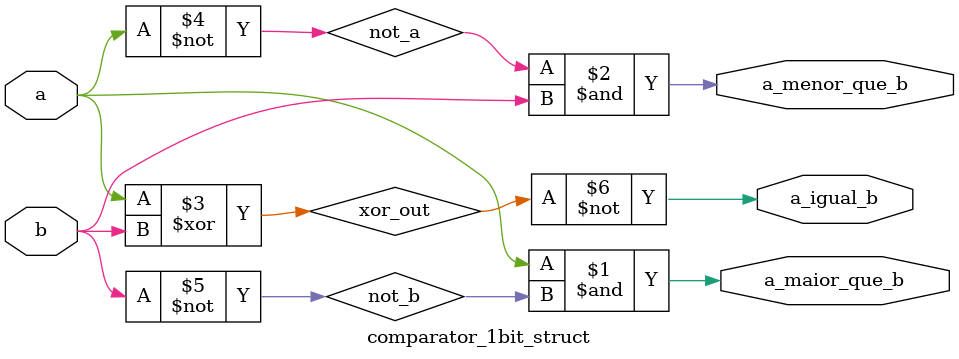
<source format=v>
module comparator_1bit_struct(
    input wire a,
    input wire b,
    output wire a_maior_que_b, 
    output wire a_menor_que_b,
    output wire a_igual_b  
);

    wire not_a;   
    wire not_b;   
    wire xor_out; 

    not U_NOT_A (not_a, a);
    not U_NOT_B (not_b, b);
    and U_GT (a_maior_que_b, a, not_b);
    and U_LT (a_menor_que_b, not_a, b);
    xor U_XOR (xor_out, a, b);
    not U_EQ (a_igual_b, xor_out);

endmodule

</source>
